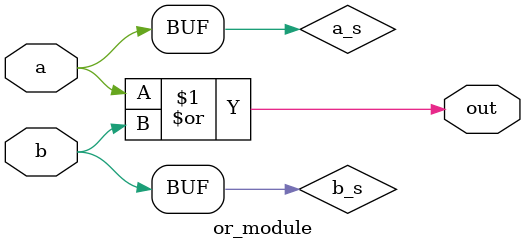
<source format=sv>

module or_module (
    input a, b,
    output out
);

logic a_s, b_s;

assign a_s = a;
assign b_s = b;

assign out = a_s | b_s;
    
endmodule
</source>
